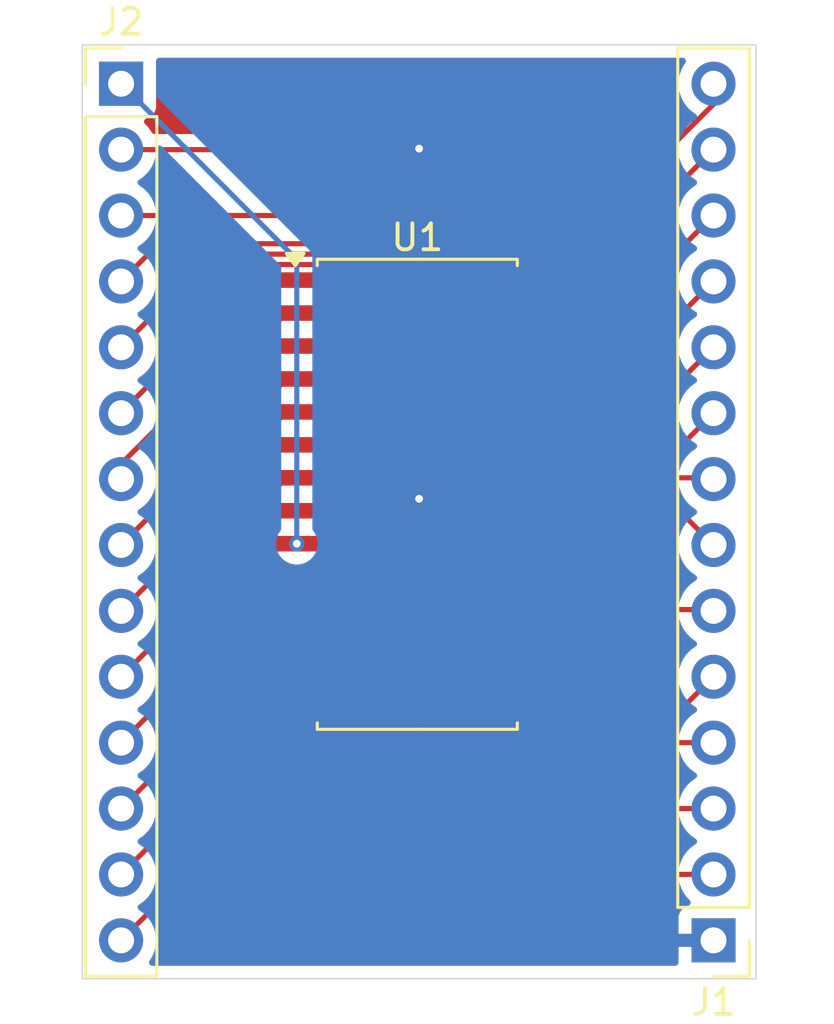
<source format=kicad_pcb>
(kicad_pcb (version 20241229) (generator "pcbnew") (generator_version "9.0")
  (layers (0 "F.Cu" signal) (2 "B.Cu" signal) (13 "F.Paste" user) (15 "B.Paste" user) (5 "F.SilkS" user "F.Silkscreen") (7 "B.SilkS" user "B.Silkscreen") (1 "F.Mask" user) (3 "B.Mask" user) (25 "Edge.Cuts" user))
  (net 0 "")
  (net 1 "/CS")
  (net 2 "/GPB3")
  (net 3 "/SCK")
  (net 4 "/GPB1")
  (net 5 "/GPB6")
  (net 6 "/VBUS")
  (net 7 "/INTB")
  (net 8 "/A2")
  (net 9 "/GPB7")
  (net 10 "/SI")
  (net 11 "/SO")
  (net 12 "/GND")
  (net 13 "/GPB4")
  (net 14 "/A1")
  (net 15 "/GPA7")
  (net 16 "/GPA2")
  (net 17 "/GPA6")
  (net 18 "/GPA0")
  (net 19 "/GPA3")
  (net 20 "/GPB2")
  (net 21 "/INTA")
  (net 22 "/GPB0")
  (net 23 "/RST")
  (net 24 "/A0")
  (net 25 "/GPA4")
  (net 26 "/GPA1")
  (net 27 "/GPB5")
  (net 28 "/GPA5")
  (footprint "Connector_PinHeader_2.54mm:PinHeader_1x14_P2.54mm_Vertical" (layer "F.Cu") (at 22.86 33.02 180)
    (property "Reference" "J1" (at 0 -2.38 0) (layer "F.SilkS"))
    (property "Value" "Conn_01x14")
    (fp_line (start 1.38 1.27) (end 1.38 34.4) (stroke (width 0.12)) (layer "F.SilkS"))
    (fp_line (start -1.38 34.4) (end 1.38 34.4) (stroke (width 0.12)) (layer "F.SilkS"))
    (fp_line (start -1.38 1.27) (end 1.38 1.27) (stroke (width 0.12)) (layer "F.SilkS"))
    (fp_line (start -1.38 1.27) (end -1.38 34.4) (stroke (width 0.12)) (layer "F.SilkS"))
    (fp_line (start -1.38 0) (end -1.38 -1.38) (stroke (width 0.12)) (layer "F.SilkS"))
    (fp_line (start -1.38 -1.38) (end 0 -1.38) (stroke (width 0.12)) (layer "F.SilkS"))
    (pad "1" thru_hole rect (at 0 0 180) (size 1.7 1.7) (drill 1) (layers "*.Cu" "*.Mask") (net 12 "/GND"))
    (pad "2" thru_hole circle (at 0 2.54 180) (size 1.7 1.7) (drill 1) (layers "*.Cu" "*.Mask") (net 11 "/SO"))
    (pad "3" thru_hole circle (at 0 5.08 180) (size 1.7 1.7) (drill 1) (layers "*.Cu" "*.Mask") (net 10 "/SI"))
    (pad "4" thru_hole circle (at 0 7.62 180) (size 1.7 1.7) (drill 1) (layers "*.Cu" "*.Mask") (net 3 "/SCK"))
    (pad "5" thru_hole circle (at 0 10.16 180) (size 1.7 1.7) (drill 1) (layers "*.Cu" "*.Mask") (net 1 "/CS"))
    (pad "6" thru_hole circle (at 0 12.7 180) (size 1.7 1.7) (drill 1) (layers "*.Cu" "*.Mask") (net 23 "/RST"))
    (pad "7" thru_hole circle (at 0 15.24 180) (size 1.7 1.7) (drill 1) (layers "*.Cu" "*.Mask") (net 18 "/GPA0"))
    (pad "8" thru_hole circle (at 0 17.78 180) (size 1.7 1.7) (drill 1) (layers "*.Cu" "*.Mask") (net 26 "/GPA1"))
    (pad "9" thru_hole circle (at 0 20.32 180) (size 1.7 1.7) (drill 1) (layers "*.Cu" "*.Mask") (net 16 "/GPA2"))
    (pad "10" thru_hole circle (at 0 22.86 180) (size 1.7 1.7) (drill 1) (layers "*.Cu" "*.Mask") (net 19 "/GPA3"))
    (pad "11" thru_hole circle (at 0 25.4 180) (size 1.7 1.7) (drill 1) (layers "*.Cu" "*.Mask") (net 25 "/GPA4"))
    (pad "12" thru_hole circle (at 0 27.94 180) (size 1.7 1.7) (drill 1) (layers "*.Cu" "*.Mask") (net 28 "/GPA5"))
    (pad "13" thru_hole circle (at 0 30.48 180) (size 1.7 1.7) (drill 1) (layers "*.Cu" "*.Mask") (net 17 "/GPA6"))
    (pad "14" thru_hole circle (at 0 33.02 180) (size 1.7 1.7) (drill 1) (layers "*.Cu" "*.Mask") (net 15 "/GPA7"))
  )
  (footprint "Connector_PinHeader_2.54mm:PinHeader_1x14_P2.54mm_Vertical" (layer "F.Cu") (at 0 0)
    (property "Reference" "J2" (at 0 -2.38 0) (layer "F.SilkS"))
    (property "Value" "Conn_01x14")
    (fp_line (start -1.38 -1.38) (end 0 -1.38) (stroke (width 0.12)) (layer "F.SilkS"))
    (fp_line (start -1.38 0) (end -1.38 -1.38) (stroke (width 0.12)) (layer "F.SilkS"))
    (fp_line (start -1.38 1.27) (end -1.38 34.4) (stroke (width 0.12)) (layer "F.SilkS"))
    (fp_line (start -1.38 1.27) (end 1.38 1.27) (stroke (width 0.12)) (layer "F.SilkS"))
    (fp_line (start -1.38 34.4) (end 1.38 34.4) (stroke (width 0.12)) (layer "F.SilkS"))
    (fp_line (start 1.38 1.27) (end 1.38 34.4) (stroke (width 0.12)) (layer "F.SilkS"))
    (pad "1" thru_hole rect (at 0 0) (size 1.7 1.7) (drill 1) (layers "*.Cu" "*.Mask") (net 6 "/VBUS"))
    (pad "2" thru_hole circle (at 0 2.54) (size 1.7 1.7) (drill 1) (layers "*.Cu" "*.Mask") (net 21 "/INTA"))
    (pad "3" thru_hole circle (at 0 5.08) (size 1.7 1.7) (drill 1) (layers "*.Cu" "*.Mask") (net 7 "/INTB"))
    (pad "4" thru_hole circle (at 0 7.62) (size 1.7 1.7) (drill 1) (layers "*.Cu" "*.Mask") (net 8 "/A2"))
    (pad "5" thru_hole circle (at 0 10.16) (size 1.7 1.7) (drill 1) (layers "*.Cu" "*.Mask") (net 14 "/A1"))
    (pad "6" thru_hole circle (at 0 12.7) (size 1.7 1.7) (drill 1) (layers "*.Cu" "*.Mask") (net 24 "/A0"))
    (pad "7" thru_hole circle (at 0 15.24) (size 1.7 1.7) (drill 1) (layers "*.Cu" "*.Mask") (net 22 "/GPB0"))
    (pad "8" thru_hole circle (at 0 17.78) (size 1.7 1.7) (drill 1) (layers "*.Cu" "*.Mask") (net 4 "/GPB1"))
    (pad "9" thru_hole circle (at 0 20.32) (size 1.7 1.7) (drill 1) (layers "*.Cu" "*.Mask") (net 20 "/GPB2"))
    (pad "10" thru_hole circle (at 0 22.86) (size 1.7 1.7) (drill 1) (layers "*.Cu" "*.Mask") (net 2 "/GPB3"))
    (pad "11" thru_hole circle (at 0 25.4) (size 1.7 1.7) (drill 1) (layers "*.Cu" "*.Mask") (net 13 "/GPB4"))
    (pad "12" thru_hole circle (at 0 27.94) (size 1.7 1.7) (drill 1) (layers "*.Cu" "*.Mask") (net 27 "/GPB5"))
    (pad "13" thru_hole circle (at 0 30.48) (size 1.7 1.7) (drill 1) (layers "*.Cu" "*.Mask") (net 5 "/GPB6"))
    (pad "14" thru_hole circle (at 0 33.02) (size 1.7 1.7) (drill 1) (layers "*.Cu" "*.Mask") (net 9 "/GPB7"))
  )
  (footprint "Package_SO:SOIC-28W_7.5x17.9mm_P1.27mm" (layer "F.Cu") (at 11.43 15.825)
    (property "Reference" "U1" (at 0 -9.9 0) (layer "F.SilkS"))
    (property "Value" "MCP23017_SO")
    (fp_line (start -3.86 -9.06) (end -3.86 -8.815) (stroke (width 0.12)) (layer "F.SilkS"))
    (fp_line (start -3.86 9.06) (end -3.86 8.815) (stroke (width 0.12)) (layer "F.SilkS"))
    (fp_line (start 0 -9.06) (end -3.86 -9.06) (stroke (width 0.12)) (layer "F.SilkS"))
    (fp_line (start 0 -9.06) (end 3.86 -9.06) (stroke (width 0.12)) (layer "F.SilkS"))
    (fp_line (start 0 9.06) (end -3.86 9.06) (stroke (width 0.12)) (layer "F.SilkS"))
    (fp_line (start 0 9.06) (end 3.86 9.06) (stroke (width 0.12)) (layer "F.SilkS"))
    (fp_line (start 3.86 -9.06) (end 3.86 -8.815) (stroke (width 0.12)) (layer "F.SilkS"))
    (fp_line (start 3.86 9.06) (end 3.86 8.815) (stroke (width 0.12)) (layer "F.SilkS"))
    (fp_poly (pts (xy -4.7125 -8.815) (xy -5.0525 -9.285) (xy -4.3725 -9.285)) (stroke (width 0.12)) (fill yes) (layer "F.SilkS"))
    (pad "1" smd roundrect (at -4.65 -8.255) (size 2.05 0.6) (layers "F.Cu" "F.Mask" "F.Paste") (net 22 "/GPB0"))
    (pad "2" smd roundrect (at -4.65 -6.985) (size 2.05 0.6) (layers "F.Cu" "F.Mask" "F.Paste") (net 4 "/GPB1"))
    (pad "3" smd roundrect (at -4.65 -5.715) (size 2.05 0.6) (layers "F.Cu" "F.Mask" "F.Paste") (net 20 "/GPB2"))
    (pad "4" smd roundrect (at -4.65 -4.445) (size 2.05 0.6) (layers "F.Cu" "F.Mask" "F.Paste") (net 2 "/GPB3"))
    (pad "5" smd roundrect (at -4.65 -3.175) (size 2.05 0.6) (layers "F.Cu" "F.Mask" "F.Paste") (net 13 "/GPB4"))
    (pad "6" smd roundrect (at -4.65 -1.905) (size 2.05 0.6) (layers "F.Cu" "F.Mask" "F.Paste") (net 27 "/GPB5"))
    (pad "7" smd roundrect (at -4.65 -0.635) (size 2.05 0.6) (layers "F.Cu" "F.Mask" "F.Paste") (net 5 "/GPB6"))
    (pad "8" smd roundrect (at -4.65 0.635) (size 2.05 0.6) (layers "F.Cu" "F.Mask" "F.Paste") (net 9 "/GPB7"))
    (pad "9" smd roundrect (at -4.65 1.905) (size 2.05 0.6) (layers "F.Cu" "F.Mask" "F.Paste") (net 6 "/VBUS"))
    (pad "10" smd roundrect (at -4.65 3.175) (size 2.05 0.6) (layers "F.Cu" "F.Mask" "F.Paste") (net 12 "/GND"))
    (pad "11" smd roundrect (at -4.65 4.445) (size 2.05 0.6) (layers "F.Cu" "F.Mask" "F.Paste") (net 1 "/CS"))
    (pad "12" smd roundrect (at -4.65 5.715) (size 2.05 0.6) (layers "F.Cu" "F.Mask" "F.Paste") (net 3 "/SCK"))
    (pad "13" smd roundrect (at -4.65 6.985) (size 2.05 0.6) (layers "F.Cu" "F.Mask" "F.Paste") (net 10 "/SI"))
    (pad "14" smd roundrect (at -4.65 8.255) (size 2.05 0.6) (layers "F.Cu" "F.Mask" "F.Paste") (net 11 "/SO"))
    (pad "15" smd roundrect (at 4.65 8.255) (size 2.05 0.6) (layers "F.Cu" "F.Mask" "F.Paste") (net 24 "/A0"))
    (pad "16" smd roundrect (at 4.65 6.985) (size 2.05 0.6) (layers "F.Cu" "F.Mask" "F.Paste") (net 14 "/A1"))
    (pad "17" smd roundrect (at 4.65 5.715) (size 2.05 0.6) (layers "F.Cu" "F.Mask" "F.Paste") (net 8 "/A2"))
    (pad "18" smd roundrect (at 4.65 4.445) (size 2.05 0.6) (layers "F.Cu" "F.Mask" "F.Paste") (net 23 "/RST"))
    (pad "19" smd roundrect (at 4.65 3.175) (size 2.05 0.6) (layers "F.Cu" "F.Mask" "F.Paste") (net 7 "/INTB"))
    (pad "20" smd roundrect (at 4.65 1.905) (size 2.05 0.6) (layers "F.Cu" "F.Mask" "F.Paste") (net 21 "/INTA"))
    (pad "21" smd roundrect (at 4.65 0.635) (size 2.05 0.6) (layers "F.Cu" "F.Mask" "F.Paste") (net 18 "/GPA0"))
    (pad "22" smd roundrect (at 4.65 -0.635) (size 2.05 0.6) (layers "F.Cu" "F.Mask" "F.Paste") (net 26 "/GPA1"))
    (pad "23" smd roundrect (at 4.65 -1.905) (size 2.05 0.6) (layers "F.Cu" "F.Mask" "F.Paste") (net 16 "/GPA2"))
    (pad "24" smd roundrect (at 4.65 -3.175) (size 2.05 0.6) (layers "F.Cu" "F.Mask" "F.Paste") (net 19 "/GPA3"))
    (pad "25" smd roundrect (at 4.65 -4.445) (size 2.05 0.6) (layers "F.Cu" "F.Mask" "F.Paste") (net 25 "/GPA4"))
    (pad "26" smd roundrect (at 4.65 -5.715) (size 2.05 0.6) (layers "F.Cu" "F.Mask" "F.Paste") (net 28 "/GPA5"))
    (pad "27" smd roundrect (at 4.65 -6.985) (size 2.05 0.6) (layers "F.Cu" "F.Mask" "F.Paste") (net 17 "/GPA6"))
    (pad "28" smd roundrect (at 4.65 -8.255) (size 2.05 0.6) (layers "F.Cu" "F.Mask" "F.Paste") (net 15 "/GPA7"))
  )
  (gr_rect (start -1.5 -1.5) (end 24.5 34.5) (stroke (width 0.05)) (fill no) (layer "Edge.Cuts"))
  (segment (start 15.014032 24.681) (end 21.039 24.681) (width 0.2) (layer "F.Cu") (net 1))
  (segment (start 10.603032 20.27) (end 15.014032 24.681) (width 0.2) (layer "F.Cu") (net 1))
  (segment (start 6.78 20.27) (end 10.603032 20.27) (width 0.2) (layer "F.Cu") (net 1))
  (segment (start 21.039 24.681) (end 22.86 22.86) (width 0.2) (layer "F.Cu") (net 1))
  (segment (start 6.383032 11.38) (end 6.78 11.38) (width 0.2) (layer "F.Cu") (net 2))
  (segment (start 3 19.86) (end 3 14.763032) (width 0.2) (layer "F.Cu") (net 2))
  (segment (start 3 14.763032) (end 6.383032 11.38) (width 0.2) (layer "F.Cu") (net 2))
  (segment (start 0 22.86) (end 3 19.86) (width 0.2) (layer "F.Cu") (net 2))
  (segment (start 15.165932 25.4) (end 22.86 25.4) (width 0.2) (layer "F.Cu") (net 3))
  (segment (start 11.305932 21.54) (end 15.165932 25.4) (width 0.2) (layer "F.Cu") (net 3))
  (segment (start 6.78 21.54) (end 11.305932 21.54) (width 0.2) (layer "F.Cu") (net 3))
  (segment (start 0 17.78) (end 2 15.78) (width 0.2) (layer "F.Cu") (net 4))
  (segment (start 6.383032 8.84) (end 6.78 8.84) (width 0.2) (layer "F.Cu") (net 4))
  (segment (start 2 15.78) (end 2 13.223032) (width 0.2) (layer "F.Cu") (net 4))
  (segment (start 2 13.223032) (end 6.383032 8.84) (width 0.2) (layer "F.Cu") (net 4))
  (segment (start 6.383032 15.19) (end 6.78 15.19) (width 0.2) (layer "F.Cu") (net 5))
  (segment (start 0 30.48) (end 4.5 25.98) (width 0.2) (layer "F.Cu") (net 5))
  (segment (start 4.5 25.98) (end 4.5 17.073032) (width 0.2) (layer "F.Cu") (net 5))
  (segment (start 4.5 17.073032) (end 6.383032 15.19) (width 0.2) (layer "F.Cu") (net 5))
  (via (at 6.78 17.73) (size 0.6) (drill 0.3) (layers "F.Cu" "B.Cu") (net 6))
  (segment (start 0 0) (end 6.78 6.78) (width 0.2) (layer "B.Cu") (net 6))
  (segment (start 6.78 6.78) (end 6.78 17.73) (width 0.2) (layer "B.Cu") (net 6))
  (segment (start 14.353 11.774732) (end 7.658268 5.08) (width 0.2) (layer "F.Cu") (net 7))
  (segment (start 15.055001 19) (end 14.353 18.297999) (width 0.2) (layer "F.Cu") (net 7))
  (segment (start 7.658268 5.08) (end 0 5.08) (width 0.2) (layer "F.Cu") (net 7))
  (segment (start 14.353 18.297999) (end 14.353 11.774732) (width 0.2) (layer "F.Cu") (net 7))
  (segment (start 16.08 19) (end 15.055001 19) (width 0.2) (layer "F.Cu") (net 7))
  (segment (start 8.178168 6.167) (end 1.453 6.167) (width 0.2) (layer "F.Cu") (net 8))
  (segment (start 15.055001 21.54) (end 13.952 20.436999) (width 0.2) (layer "F.Cu") (net 8))
  (segment (start 13.952 20.436999) (end 13.952 11.940832) (width 0.2) (layer "F.Cu") (net 8))
  (segment (start 13.952 11.940832) (end 8.178168 6.167) (width 0.2) (layer "F.Cu") (net 8))
  (segment (start 16.08 21.54) (end 15.055001 21.54) (width 0.2) (layer "F.Cu") (net 8))
  (segment (start 1.453 6.167) (end 0 7.62) (width 0.2) (layer "F.Cu") (net 8))
  (segment (start 5.755001 16.46) (end 6.78 16.46) (width 0.2) (layer "F.Cu") (net 9))
  (segment (start 5 28.02) (end 5 17.215001) (width 0.2) (layer "F.Cu") (net 9))
  (segment (start 5 17.215001) (end 5.755001 16.46) (width 0.2) (layer "F.Cu") (net 9))
  (segment (start 0 33.02) (end 5 28.02) (width 0.2) (layer "F.Cu") (net 9))
  (segment (start 17.138832 27.94) (end 22.86 27.94) (width 0.2) (layer "F.Cu") (net 10))
  (segment (start 6.78 22.81) (end 12.008832 22.81) (width 0.2) (layer "F.Cu") (net 10))
  (segment (start 12.008832 22.81) (end 17.138832 27.94) (width 0.2) (layer "F.Cu") (net 10))
  (segment (start 18.98 30.48) (end 22.86 30.48) (width 0.2) (layer "F.Cu") (net 11))
  (segment (start 12.58 24.08) (end 18.98 30.48) (width 0.2) (layer "F.Cu") (net 11))
  (segment (start 6.78 24.08) (end 12.58 24.08) (width 0.2) (layer "F.Cu") (net 11))
  (via (at 11.5 2.5) (size 0.6) (drill 0.3) (layers "F.Cu" "B.Cu") (net 12))
  (via (at 11.5 16) (size 0.6) (drill 0.3) (layers "F.Cu" "B.Cu") (net 12))
  (segment (start 0 25.4) (end 3.5 21.9) (width 0.2) (layer "F.Cu") (net 13))
  (segment (start 3.5 15.533032) (end 6.383032 12.65) (width 0.2) (layer "F.Cu") (net 13))
  (segment (start 3.5 21.9) (end 3.5 15.533032) (width 0.2) (layer "F.Cu") (net 13))
  (segment (start 6.383032 12.65) (end 6.78 12.65) (width 0.2) (layer "F.Cu") (net 13))
  (segment (start 3.592 6.568) (end 0 10.16) (width 0.2) (layer "F.Cu") (net 14))
  (segment (start 15.683032 22.81) (end 13.551 20.677968) (width 0.2) (layer "F.Cu") (net 14))
  (segment (start 8.012068 6.568) (end 3.592 6.568) (width 0.2) (layer "F.Cu") (net 14))
  (segment (start 13.551 12.106932) (end 8.012068 6.568) (width 0.2) (layer "F.Cu") (net 14))
  (segment (start 16.08 22.81) (end 15.683032 22.81) (width 0.2) (layer "F.Cu") (net 14))
  (segment (start 13.551 20.677968) (end 13.551 12.106932) (width 0.2) (layer "F.Cu") (net 14))
  (segment (start 16.08 7.57) (end 22.86 0.79) (width 0.2) (layer "F.Cu") (net 15))
  (segment (start 22.86 0.79) (end 22.86 0) (width 0.2) (layer "F.Cu") (net 15))
  (segment (start 16.08 13.92) (end 21.64 13.92) (width 0.2) (layer "F.Cu") (net 16))
  (segment (start 21.64 13.92) (end 22.86 12.7) (width 0.2) (layer "F.Cu") (net 16))
  (segment (start 16.56 8.84) (end 22.86 2.54) (width 0.2) (layer "F.Cu") (net 17))
  (segment (start 16.08 8.84) (end 16.56 8.84) (width 0.2) (layer "F.Cu") (net 17))
  (segment (start 21.54 16.46) (end 22.86 17.78) (width 0.2) (layer "F.Cu") (net 18))
  (segment (start 16.08 16.46) (end 21.54 16.46) (width 0.2) (layer "F.Cu") (net 18))
  (segment (start 16.08 12.65) (end 20.37 12.65) (width 0.2) (layer "F.Cu") (net 19))
  (segment (start 20.37 12.65) (end 22.86 10.16) (width 0.2) (layer "F.Cu") (net 19))
  (segment (start 2.599 17.721) (end 0 20.32) (width 0.2) (layer "F.Cu") (net 20))
  (segment (start 2.599 13.266) (end 2.599 17.721) (width 0.2) (layer "F.Cu") (net 20))
  (segment (start 6.78 10.11) (end 5.755001 10.11) (width 0.2) (layer "F.Cu") (net 20))
  (segment (start 5.755001 10.11) (end 2.599 13.266) (width 0.2) (layer "F.Cu") (net 20))
  (segment (start 15.055001 17.73) (end 16.08 17.73) (width 0.2) (layer "F.Cu") (net 21))
  (segment (start 14.754 17.428999) (end 15.055001 17.73) (width 0.2) (layer "F.Cu") (net 21))
  (segment (start 5.685368 2.54) (end 14.754 11.608632) (width 0.2) (layer "F.Cu") (net 21))
  (segment (start 14.754 11.608632) (end 14.754 17.428999) (width 0.2) (layer "F.Cu") (net 21))
  (segment (start 0 2.54) (end 5.685368 2.54) (width 0.2) (layer "F.Cu") (net 21))
  (segment (start 5.755001 7.57) (end 6.78 7.57) (width 0.2) (layer "F.Cu") (net 22))
  (segment (start 0 14.655932) (end 5 9.655932) (width 0.2) (layer "F.Cu") (net 22))
  (segment (start 5 8.325001) (end 5.755001 7.57) (width 0.2) (layer "F.Cu") (net 22))
  (segment (start 0 15.24) (end 0 14.655932) (width 0.2) (layer "F.Cu") (net 22))
  (segment (start 5 9.655932) (end 5 8.325001) (width 0.2) (layer "F.Cu") (net 22))
  (segment (start 22.81 20.27) (end 22.86 20.32) (width 0.2) (layer "F.Cu") (net 23))
  (segment (start 16.08 20.27) (end 22.81 20.27) (width 0.2) (layer "F.Cu") (net 23))
  (segment (start 13.15 22.174999) (end 13.15 12.273032) (width 0.2) (layer "F.Cu") (net 24))
  (segment (start 0 12.683032) (end 0 12.7) (width 0.2) (layer "F.Cu") (net 24))
  (segment (start 5.714032 6.969) (end 0 12.683032) (width 0.2) (layer "F.Cu") (net 24))
  (segment (start 13.15 12.273032) (end 7.845968 6.969) (width 0.2) (layer "F.Cu") (net 24))
  (segment (start 15.055001 24.08) (end 13.15 22.174999) (width 0.2) (layer "F.Cu") (net 24))
  (segment (start 7.845968 6.969) (end 5.714032 6.969) (width 0.2) (layer "F.Cu") (net 24))
  (segment (start 16.08 24.08) (end 15.055001 24.08) (width 0.2) (layer "F.Cu") (net 24))
  (segment (start 16.08 11.38) (end 19.1 11.38) (width 0.2) (layer "F.Cu") (net 25))
  (segment (start 19.1 11.38) (end 22.86 7.62) (width 0.2) (layer "F.Cu") (net 25))
  (segment (start 22.81 15.19) (end 22.86 15.24) (width 0.2) (layer "F.Cu") (net 26))
  (segment (start 16.08 15.19) (end 22.81 15.19) (width 0.2) (layer "F.Cu") (net 26))
  (segment (start 4 23.94) (end 4 16) (width 0.2) (layer "F.Cu") (net 27))
  (segment (start 4 16) (end 6.08 13.92) (width 0.2) (layer "F.Cu") (net 27))
  (segment (start 6.08 13.92) (end 6.78 13.92) (width 0.2) (layer "F.Cu") (net 27))
  (segment (start 0 27.94) (end 4 23.94) (width 0.2) (layer "F.Cu") (net 27))
  (segment (start 16.08 10.11) (end 17.83 10.11) (width 0.2) (layer "F.Cu") (net 28))
  (segment (start 17.83 10.11) (end 22.86 5.08) (width 0.2) (layer "F.Cu") (net 28))
  (zone (net 12) (net_name "/GND") (layer "F.Cu") (connect_pads (clearance 0.5)) (min_thickness 0.25) (fill yes (thermal_gap 0.5) (thermal_bridge_width 0.5) (island_removal_mode 2) (island_area_min 15))
    (polygon (pts (xy -1.5 -1.5) (xy -1.5 34.5) (xy 24.5 34.5) (xy 24.5 -1.5)))
  )
  (zone (net 12) (net_name "/GND") (layer "B.Cu") (priority 1) (connect_pads (clearance 0.5)) (min_thickness 0.25) (fill yes (thermal_gap 0.5) (thermal_bridge_width 0.5) (island_removal_mode 2) (island_area_min 10))
    (polygon (pts (xy -1.5 -1.5) (xy -1.5 34.5) (xy 24.5 34.5) (xy 24.5 -1.5)))
  )
)
</source>
